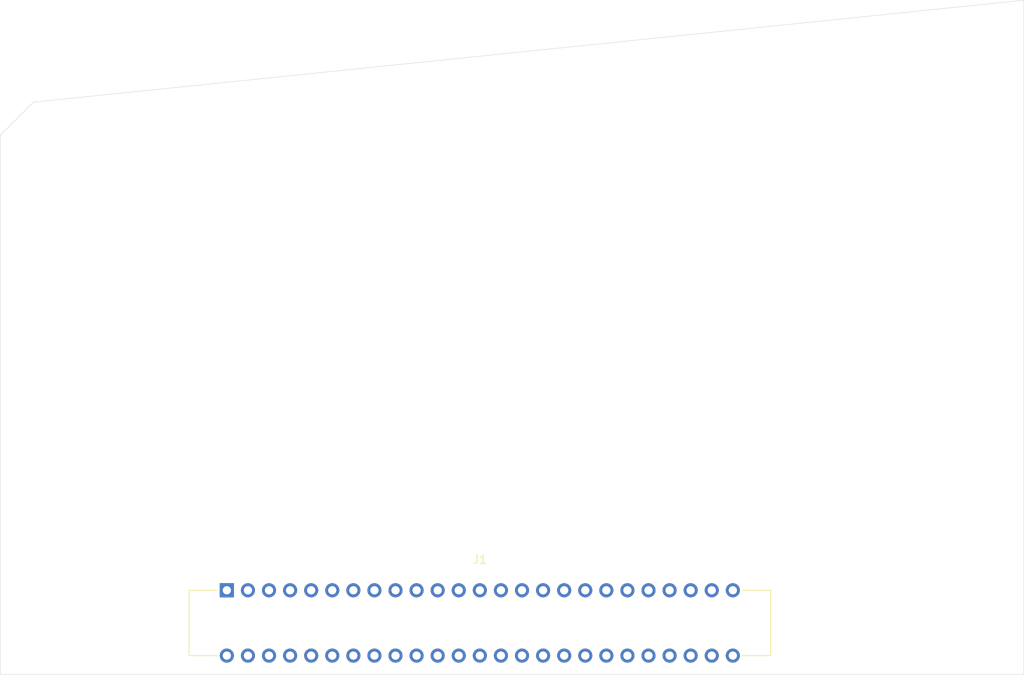
<source format=kicad_pcb>
(kicad_pcb (version 20211014) (generator pcbnew)
  (layers (0 "F.Cu" signal) (31 "B.Cu" signal) (34 "B.Paste" user) (35 "F.Paste" user) (36 "B.SilkS" user "B.Silkscreen") (37 "F.SilkS" user "F.Silkscreen") (38 "B.Mask" user) (39 "F.Mask" user) (44 "Edge.Cuts" user))
  (net 0 "")
  (net 2 "+5V")
  (net 25 "GND")
  (net 48 "+5VA")
  (footprint "project:TE_AMPMODU_Mod_II_534204-1_2x25_2.54mm_Horizontal" (layer "F.Cu") (at 144.455 131.725)
    (fp_text reference "J1" (at 0 -7.62) (layer "F.SilkS"))
    (fp_text value "Macintosh_Portable_Ram_Card_Conn_02x25_Odd_Even")
    (fp_line (start -35.03 -3.935) (end -31.63 -3.935) (layer "F.SilkS") (width 0.12))
    (fp_line (start 35.03 -3.935) (end 31.63 -3.935) (layer "F.SilkS") (width 0.12))
    (fp_line (start 35.03 3.935) (end 31.63 3.935) (layer "F.SilkS") (width 0.12))
    (fp_line (start 35.03 3.935) (end 35.03 -3.935) (layer "F.SilkS") (width 0.12))
    (fp_line (start -35.03 3.935) (end -35.03 -3.935) (layer "F.SilkS") (width 0.12))
    (fp_line (start -35.03 3.935) (end -31.63 3.935) (layer "F.SilkS") (width 0.12))
    (pad "1" thru_hole rect (at -30.48 -3.935) (size 1.7 1.7) (drill 1) (layers *.Cu *.Mask) (net 2 "+5V"))
    (pad "2" thru_hole circle (at -30.48 3.935) (size 1.7 1.7) (drill 1) (layers *.Cu *.Mask))
    (pad "3" thru_hole circle (at -27.94 -3.935) (size 1.7 1.7) (drill 1) (layers *.Cu *.Mask))
    (pad "4" thru_hole circle (at -27.94 3.935) (size 1.7 1.7) (drill 1) (layers *.Cu *.Mask))
    (pad "5" thru_hole circle (at -25.4 -3.935) (size 1.7 1.7) (drill 1) (layers *.Cu *.Mask))
    (pad "6" thru_hole circle (at -25.4 3.935) (size 1.7 1.7) (drill 1) (layers *.Cu *.Mask))
    (pad "7" thru_hole circle (at -22.86 -3.935) (size 1.7 1.7) (drill 1) (layers *.Cu *.Mask))
    (pad "8" thru_hole circle (at -22.86 3.935) (size 1.7 1.7) (drill 1) (layers *.Cu *.Mask))
    (pad "9" thru_hole circle (at -20.32 -3.935) (size 1.7 1.7) (drill 1) (layers *.Cu *.Mask))
    (pad "10" thru_hole circle (at -20.32 3.935) (size 1.7 1.7) (drill 1) (layers *.Cu *.Mask))
    (pad "11" thru_hole circle (at -17.78 -3.935) (size 1.7 1.7) (drill 1) (layers *.Cu *.Mask))
    (pad "12" thru_hole circle (at -17.78 3.935) (size 1.7 1.7) (drill 1) (layers *.Cu *.Mask))
    (pad "13" thru_hole circle (at -15.24 -3.935) (size 1.7 1.7) (drill 1) (layers *.Cu *.Mask))
    (pad "14" thru_hole circle (at -15.24 3.935) (size 1.7 1.7) (drill 1) (layers *.Cu *.Mask))
    (pad "15" thru_hole circle (at -12.7 -3.935) (size 1.7 1.7) (drill 1) (layers *.Cu *.Mask))
    (pad "16" thru_hole circle (at -12.7 3.935) (size 1.7 1.7) (drill 1) (layers *.Cu *.Mask))
    (pad "17" thru_hole circle (at -10.16 -3.935) (size 1.7 1.7) (drill 1) (layers *.Cu *.Mask))
    (pad "18" thru_hole circle (at -10.16 3.935) (size 1.7 1.7) (drill 1) (layers *.Cu *.Mask))
    (pad "19" thru_hole circle (at -7.62 -3.935) (size 1.7 1.7) (drill 1) (layers *.Cu *.Mask))
    (pad "20" thru_hole circle (at -7.62 3.935) (size 1.7 1.7) (drill 1) (layers *.Cu *.Mask))
    (pad "21" thru_hole circle (at -5.08 -3.935) (size 1.7 1.7) (drill 1) (layers *.Cu *.Mask))
    (pad "22" thru_hole circle (at -5.08 3.935) (size 1.7 1.7) (drill 1) (layers *.Cu *.Mask))
    (pad "23" thru_hole circle (at -2.54 -3.935) (size 1.7 1.7) (drill 1) (layers *.Cu *.Mask))
    (pad "24" thru_hole circle (at -2.54 3.935) (size 1.7 1.7) (drill 1) (layers *.Cu *.Mask))
    (pad "25" thru_hole circle (at 0 -3.935) (size 1.7 1.7) (drill 1) (layers *.Cu *.Mask) (net 25 "GND"))
    (pad "26" thru_hole circle (at 0 3.935) (size 1.7 1.7) (drill 1) (layers *.Cu *.Mask) (net 25 "GND"))
    (pad "27" thru_hole circle (at 2.54 -3.935) (size 1.7 1.7) (drill 1) (layers *.Cu *.Mask))
    (pad "28" thru_hole circle (at 2.54 3.935) (size 1.7 1.7) (drill 1) (layers *.Cu *.Mask))
    (pad "29" thru_hole circle (at 5.08 -3.935) (size 1.7 1.7) (drill 1) (layers *.Cu *.Mask))
    (pad "30" thru_hole circle (at 5.08 3.935) (size 1.7 1.7) (drill 1) (layers *.Cu *.Mask))
    (pad "31" thru_hole circle (at 7.62 -3.935) (size 1.7 1.7) (drill 1) (layers *.Cu *.Mask))
    (pad "32" thru_hole circle (at 7.62 3.935) (size 1.7 1.7) (drill 1) (layers *.Cu *.Mask))
    (pad "33" thru_hole circle (at 10.16 -3.935) (size 1.7 1.7) (drill 1) (layers *.Cu *.Mask))
    (pad "34" thru_hole circle (at 10.16 3.935) (size 1.7 1.7) (drill 1) (layers *.Cu *.Mask))
    (pad "35" thru_hole circle (at 12.7 -3.935) (size 1.7 1.7) (drill 1) (layers *.Cu *.Mask))
    (pad "36" thru_hole circle (at 12.7 3.935) (size 1.7 1.7) (drill 1) (layers *.Cu *.Mask))
    (pad "37" thru_hole circle (at 15.24 -3.935) (size 1.7 1.7) (drill 1) (layers *.Cu *.Mask))
    (pad "38" thru_hole circle (at 15.24 3.935) (size 1.7 1.7) (drill 1) (layers *.Cu *.Mask))
    (pad "39" thru_hole circle (at 17.78 -3.935) (size 1.7 1.7) (drill 1) (layers *.Cu *.Mask))
    (pad "40" thru_hole circle (at 17.78 3.935) (size 1.7 1.7) (drill 1) (layers *.Cu *.Mask))
    (pad "41" thru_hole circle (at 20.32 -3.935) (size 1.7 1.7) (drill 1) (layers *.Cu *.Mask))
    (pad "42" thru_hole circle (at 20.32 3.935) (size 1.7 1.7) (drill 1) (layers *.Cu *.Mask))
    (pad "43" thru_hole circle (at 22.86 -3.935) (size 1.7 1.7) (drill 1) (layers *.Cu *.Mask))
    (pad "44" thru_hole circle (at 22.86 3.935) (size 1.7 1.7) (drill 1) (layers *.Cu *.Mask))
    (pad "45" thru_hole circle (at 25.4 -3.935) (size 1.7 1.7) (drill 1) (layers *.Cu *.Mask))
    (pad "46" thru_hole circle (at 25.4 3.935) (size 1.7 1.7) (drill 1) (layers *.Cu *.Mask))
    (pad "47" thru_hole circle (at 27.94 -3.935) (size 1.7 1.7) (drill 1) (layers *.Cu *.Mask))
    (pad "48" thru_hole circle (at 27.94 3.935) (size 1.7 1.7) (drill 1) (layers *.Cu *.Mask))
    (pad "49" thru_hole circle (at 30.48 -3.935) (size 1.7 1.7) (drill 1) (layers *.Cu *.Mask) (net 48 "+5VA"))
    (pad "50" thru_hole circle (at 30.48 3.935) (size 1.7 1.7) (drill 1) (layers *.Cu *.Mask) (net 48 "+5VA"))
  )
  (gr_line (start 90.67 68.98) (end 210 56.7) (layer "Edge.Cuts") (width 0.05))
  (gr_line (start 86.67 137.9) (end 86.67 72.98) (layer "Edge.Cuts") (width 0.05))
  (gr_line (start 90.67 68.98) (end 86.67 72.98) (layer "Edge.Cuts") (width 0.05))
  (gr_line (start 210 137.9) (end 210 56.7) (layer "Edge.Cuts") (width 0.05))
  (gr_line (start 210 137.9) (end 86.67 137.9) (layer "Edge.Cuts") (width 0.05))
)
</source>
